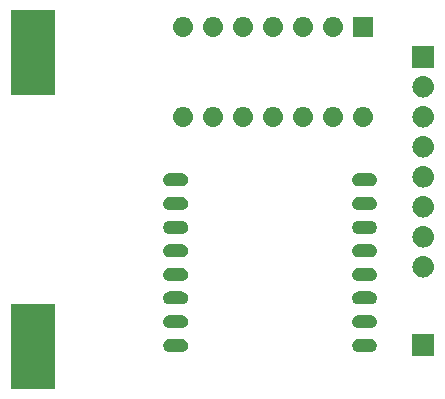
<source format=gbr>
G04 #@! TF.GenerationSoftware,KiCad,Pcbnew,5.1.4*
G04 #@! TF.CreationDate,2019-09-02T21:27:03+02:00*
G04 #@! TF.ProjectId,LORA_ATTINY84,4c4f5241-5f41-4545-9449-4e5938342e6b,rev?*
G04 #@! TF.SameCoordinates,Original*
G04 #@! TF.FileFunction,Soldermask,Top*
G04 #@! TF.FilePolarity,Negative*
%FSLAX46Y46*%
G04 Gerber Fmt 4.6, Leading zero omitted, Abs format (unit mm)*
G04 Created by KiCad (PCBNEW 5.1.4) date 2019-09-02 21:27:03*
%MOMM*%
%LPD*%
G04 APERTURE LIST*
%ADD10C,0.100000*%
G04 APERTURE END LIST*
D10*
G36*
X58366000Y-77007000D02*
G01*
X54664000Y-77007000D01*
X54664000Y-69805000D01*
X58366000Y-69805000D01*
X58366000Y-77007000D01*
X58366000Y-77007000D01*
G37*
G36*
X90436000Y-74180000D02*
G01*
X88634000Y-74180000D01*
X88634000Y-72378000D01*
X90436000Y-72378000D01*
X90436000Y-74180000D01*
X90436000Y-74180000D01*
G37*
G36*
X69188015Y-72765973D02*
G01*
X69291879Y-72797479D01*
X69319055Y-72812005D01*
X69387600Y-72848643D01*
X69471501Y-72917499D01*
X69540357Y-73001400D01*
X69576995Y-73069945D01*
X69591521Y-73097121D01*
X69623027Y-73200985D01*
X69633666Y-73309000D01*
X69623027Y-73417015D01*
X69591521Y-73520879D01*
X69591519Y-73520882D01*
X69540357Y-73616600D01*
X69471501Y-73700501D01*
X69387600Y-73769357D01*
X69319055Y-73805995D01*
X69291879Y-73820521D01*
X69188015Y-73852027D01*
X69107067Y-73860000D01*
X68052933Y-73860000D01*
X67971985Y-73852027D01*
X67868121Y-73820521D01*
X67840945Y-73805995D01*
X67772400Y-73769357D01*
X67688499Y-73700501D01*
X67619643Y-73616600D01*
X67568481Y-73520882D01*
X67568479Y-73520879D01*
X67536973Y-73417015D01*
X67526334Y-73309000D01*
X67536973Y-73200985D01*
X67568479Y-73097121D01*
X67583005Y-73069945D01*
X67619643Y-73001400D01*
X67688499Y-72917499D01*
X67772400Y-72848643D01*
X67840945Y-72812005D01*
X67868121Y-72797479D01*
X67971985Y-72765973D01*
X68052933Y-72758000D01*
X69107067Y-72758000D01*
X69188015Y-72765973D01*
X69188015Y-72765973D01*
G37*
G36*
X85188015Y-72765973D02*
G01*
X85291879Y-72797479D01*
X85319055Y-72812005D01*
X85387600Y-72848643D01*
X85471501Y-72917499D01*
X85540357Y-73001400D01*
X85576995Y-73069945D01*
X85591521Y-73097121D01*
X85623027Y-73200985D01*
X85633666Y-73309000D01*
X85623027Y-73417015D01*
X85591521Y-73520879D01*
X85591519Y-73520882D01*
X85540357Y-73616600D01*
X85471501Y-73700501D01*
X85387600Y-73769357D01*
X85319055Y-73805995D01*
X85291879Y-73820521D01*
X85188015Y-73852027D01*
X85107067Y-73860000D01*
X84052933Y-73860000D01*
X83971985Y-73852027D01*
X83868121Y-73820521D01*
X83840945Y-73805995D01*
X83772400Y-73769357D01*
X83688499Y-73700501D01*
X83619643Y-73616600D01*
X83568481Y-73520882D01*
X83568479Y-73520879D01*
X83536973Y-73417015D01*
X83526334Y-73309000D01*
X83536973Y-73200985D01*
X83568479Y-73097121D01*
X83583005Y-73069945D01*
X83619643Y-73001400D01*
X83688499Y-72917499D01*
X83772400Y-72848643D01*
X83840945Y-72812005D01*
X83868121Y-72797479D01*
X83971985Y-72765973D01*
X84052933Y-72758000D01*
X85107067Y-72758000D01*
X85188015Y-72765973D01*
X85188015Y-72765973D01*
G37*
G36*
X69188015Y-70765973D02*
G01*
X69291879Y-70797479D01*
X69319055Y-70812005D01*
X69387600Y-70848643D01*
X69471501Y-70917499D01*
X69540357Y-71001400D01*
X69576995Y-71069945D01*
X69591521Y-71097121D01*
X69623027Y-71200985D01*
X69633666Y-71309000D01*
X69623027Y-71417015D01*
X69591521Y-71520879D01*
X69591519Y-71520882D01*
X69540357Y-71616600D01*
X69471501Y-71700501D01*
X69387600Y-71769357D01*
X69319055Y-71805995D01*
X69291879Y-71820521D01*
X69188015Y-71852027D01*
X69107067Y-71860000D01*
X68052933Y-71860000D01*
X67971985Y-71852027D01*
X67868121Y-71820521D01*
X67840945Y-71805995D01*
X67772400Y-71769357D01*
X67688499Y-71700501D01*
X67619643Y-71616600D01*
X67568481Y-71520882D01*
X67568479Y-71520879D01*
X67536973Y-71417015D01*
X67526334Y-71309000D01*
X67536973Y-71200985D01*
X67568479Y-71097121D01*
X67583005Y-71069945D01*
X67619643Y-71001400D01*
X67688499Y-70917499D01*
X67772400Y-70848643D01*
X67840945Y-70812005D01*
X67868121Y-70797479D01*
X67971985Y-70765973D01*
X68052933Y-70758000D01*
X69107067Y-70758000D01*
X69188015Y-70765973D01*
X69188015Y-70765973D01*
G37*
G36*
X85188015Y-70765973D02*
G01*
X85291879Y-70797479D01*
X85319055Y-70812005D01*
X85387600Y-70848643D01*
X85471501Y-70917499D01*
X85540357Y-71001400D01*
X85576995Y-71069945D01*
X85591521Y-71097121D01*
X85623027Y-71200985D01*
X85633666Y-71309000D01*
X85623027Y-71417015D01*
X85591521Y-71520879D01*
X85591519Y-71520882D01*
X85540357Y-71616600D01*
X85471501Y-71700501D01*
X85387600Y-71769357D01*
X85319055Y-71805995D01*
X85291879Y-71820521D01*
X85188015Y-71852027D01*
X85107067Y-71860000D01*
X84052933Y-71860000D01*
X83971985Y-71852027D01*
X83868121Y-71820521D01*
X83840945Y-71805995D01*
X83772400Y-71769357D01*
X83688499Y-71700501D01*
X83619643Y-71616600D01*
X83568481Y-71520882D01*
X83568479Y-71520879D01*
X83536973Y-71417015D01*
X83526334Y-71309000D01*
X83536973Y-71200985D01*
X83568479Y-71097121D01*
X83583005Y-71069945D01*
X83619643Y-71001400D01*
X83688499Y-70917499D01*
X83772400Y-70848643D01*
X83840945Y-70812005D01*
X83868121Y-70797479D01*
X83971985Y-70765973D01*
X84052933Y-70758000D01*
X85107067Y-70758000D01*
X85188015Y-70765973D01*
X85188015Y-70765973D01*
G37*
G36*
X69188015Y-68765973D02*
G01*
X69291879Y-68797479D01*
X69319055Y-68812005D01*
X69387600Y-68848643D01*
X69471501Y-68917499D01*
X69540357Y-69001400D01*
X69576995Y-69069945D01*
X69591521Y-69097121D01*
X69623027Y-69200985D01*
X69633666Y-69309000D01*
X69623027Y-69417015D01*
X69591521Y-69520879D01*
X69591519Y-69520882D01*
X69540357Y-69616600D01*
X69471501Y-69700501D01*
X69387600Y-69769357D01*
X69320916Y-69805000D01*
X69291879Y-69820521D01*
X69188015Y-69852027D01*
X69107067Y-69860000D01*
X68052933Y-69860000D01*
X67971985Y-69852027D01*
X67868121Y-69820521D01*
X67839084Y-69805000D01*
X67772400Y-69769357D01*
X67688499Y-69700501D01*
X67619643Y-69616600D01*
X67568481Y-69520882D01*
X67568479Y-69520879D01*
X67536973Y-69417015D01*
X67526334Y-69309000D01*
X67536973Y-69200985D01*
X67568479Y-69097121D01*
X67583005Y-69069945D01*
X67619643Y-69001400D01*
X67688499Y-68917499D01*
X67772400Y-68848643D01*
X67840945Y-68812005D01*
X67868121Y-68797479D01*
X67971985Y-68765973D01*
X68052933Y-68758000D01*
X69107067Y-68758000D01*
X69188015Y-68765973D01*
X69188015Y-68765973D01*
G37*
G36*
X85188015Y-68765973D02*
G01*
X85291879Y-68797479D01*
X85319055Y-68812005D01*
X85387600Y-68848643D01*
X85471501Y-68917499D01*
X85540357Y-69001400D01*
X85576995Y-69069945D01*
X85591521Y-69097121D01*
X85623027Y-69200985D01*
X85633666Y-69309000D01*
X85623027Y-69417015D01*
X85591521Y-69520879D01*
X85591519Y-69520882D01*
X85540357Y-69616600D01*
X85471501Y-69700501D01*
X85387600Y-69769357D01*
X85320916Y-69805000D01*
X85291879Y-69820521D01*
X85188015Y-69852027D01*
X85107067Y-69860000D01*
X84052933Y-69860000D01*
X83971985Y-69852027D01*
X83868121Y-69820521D01*
X83839084Y-69805000D01*
X83772400Y-69769357D01*
X83688499Y-69700501D01*
X83619643Y-69616600D01*
X83568481Y-69520882D01*
X83568479Y-69520879D01*
X83536973Y-69417015D01*
X83526334Y-69309000D01*
X83536973Y-69200985D01*
X83568479Y-69097121D01*
X83583005Y-69069945D01*
X83619643Y-69001400D01*
X83688499Y-68917499D01*
X83772400Y-68848643D01*
X83840945Y-68812005D01*
X83868121Y-68797479D01*
X83971985Y-68765973D01*
X84052933Y-68758000D01*
X85107067Y-68758000D01*
X85188015Y-68765973D01*
X85188015Y-68765973D01*
G37*
G36*
X69188015Y-66765973D02*
G01*
X69291879Y-66797479D01*
X69319055Y-66812005D01*
X69387600Y-66848643D01*
X69471501Y-66917499D01*
X69540357Y-67001400D01*
X69551082Y-67021466D01*
X69591521Y-67097121D01*
X69623027Y-67200985D01*
X69633666Y-67309000D01*
X69623027Y-67417015D01*
X69591521Y-67520879D01*
X69591519Y-67520882D01*
X69540357Y-67616600D01*
X69471501Y-67700501D01*
X69387600Y-67769357D01*
X69319055Y-67805995D01*
X69291879Y-67820521D01*
X69188015Y-67852027D01*
X69107067Y-67860000D01*
X68052933Y-67860000D01*
X67971985Y-67852027D01*
X67868121Y-67820521D01*
X67840945Y-67805995D01*
X67772400Y-67769357D01*
X67688499Y-67700501D01*
X67619643Y-67616600D01*
X67568481Y-67520882D01*
X67568479Y-67520879D01*
X67536973Y-67417015D01*
X67526334Y-67309000D01*
X67536973Y-67200985D01*
X67568479Y-67097121D01*
X67608918Y-67021466D01*
X67619643Y-67001400D01*
X67688499Y-66917499D01*
X67772400Y-66848643D01*
X67840945Y-66812005D01*
X67868121Y-66797479D01*
X67971985Y-66765973D01*
X68052933Y-66758000D01*
X69107067Y-66758000D01*
X69188015Y-66765973D01*
X69188015Y-66765973D01*
G37*
G36*
X85188015Y-66765973D02*
G01*
X85291879Y-66797479D01*
X85319055Y-66812005D01*
X85387600Y-66848643D01*
X85471501Y-66917499D01*
X85540357Y-67001400D01*
X85551082Y-67021466D01*
X85591521Y-67097121D01*
X85623027Y-67200985D01*
X85633666Y-67309000D01*
X85623027Y-67417015D01*
X85591521Y-67520879D01*
X85591519Y-67520882D01*
X85540357Y-67616600D01*
X85471501Y-67700501D01*
X85387600Y-67769357D01*
X85319055Y-67805995D01*
X85291879Y-67820521D01*
X85188015Y-67852027D01*
X85107067Y-67860000D01*
X84052933Y-67860000D01*
X83971985Y-67852027D01*
X83868121Y-67820521D01*
X83840945Y-67805995D01*
X83772400Y-67769357D01*
X83688499Y-67700501D01*
X83619643Y-67616600D01*
X83568481Y-67520882D01*
X83568479Y-67520879D01*
X83536973Y-67417015D01*
X83526334Y-67309000D01*
X83536973Y-67200985D01*
X83568479Y-67097121D01*
X83608918Y-67021466D01*
X83619643Y-67001400D01*
X83688499Y-66917499D01*
X83772400Y-66848643D01*
X83840945Y-66812005D01*
X83868121Y-66797479D01*
X83971985Y-66765973D01*
X84052933Y-66758000D01*
X85107067Y-66758000D01*
X85188015Y-66765973D01*
X85188015Y-66765973D01*
G37*
G36*
X89645443Y-65780519D02*
G01*
X89711627Y-65787037D01*
X89881466Y-65838557D01*
X90037991Y-65922222D01*
X90073729Y-65951552D01*
X90175186Y-66034814D01*
X90258448Y-66136271D01*
X90287778Y-66172009D01*
X90371443Y-66328534D01*
X90422963Y-66498373D01*
X90440359Y-66675000D01*
X90422963Y-66851627D01*
X90371443Y-67021466D01*
X90287778Y-67177991D01*
X90258448Y-67213729D01*
X90175186Y-67315186D01*
X90073729Y-67398448D01*
X90037991Y-67427778D01*
X89881466Y-67511443D01*
X89711627Y-67562963D01*
X89645443Y-67569481D01*
X89579260Y-67576000D01*
X89490740Y-67576000D01*
X89424557Y-67569481D01*
X89358373Y-67562963D01*
X89188534Y-67511443D01*
X89032009Y-67427778D01*
X88996271Y-67398448D01*
X88894814Y-67315186D01*
X88811552Y-67213729D01*
X88782222Y-67177991D01*
X88698557Y-67021466D01*
X88647037Y-66851627D01*
X88629641Y-66675000D01*
X88647037Y-66498373D01*
X88698557Y-66328534D01*
X88782222Y-66172009D01*
X88811552Y-66136271D01*
X88894814Y-66034814D01*
X88996271Y-65951552D01*
X89032009Y-65922222D01*
X89188534Y-65838557D01*
X89358373Y-65787037D01*
X89424557Y-65780519D01*
X89490740Y-65774000D01*
X89579260Y-65774000D01*
X89645443Y-65780519D01*
X89645443Y-65780519D01*
G37*
G36*
X69188015Y-64765973D02*
G01*
X69291879Y-64797479D01*
X69319055Y-64812005D01*
X69387600Y-64848643D01*
X69471501Y-64917499D01*
X69540357Y-65001400D01*
X69576995Y-65069945D01*
X69591521Y-65097121D01*
X69623027Y-65200985D01*
X69633666Y-65309000D01*
X69623027Y-65417015D01*
X69591521Y-65520879D01*
X69591519Y-65520882D01*
X69540357Y-65616600D01*
X69471501Y-65700501D01*
X69387600Y-65769357D01*
X69319055Y-65805995D01*
X69291879Y-65820521D01*
X69188015Y-65852027D01*
X69107067Y-65860000D01*
X68052933Y-65860000D01*
X67971985Y-65852027D01*
X67868121Y-65820521D01*
X67840945Y-65805995D01*
X67772400Y-65769357D01*
X67688499Y-65700501D01*
X67619643Y-65616600D01*
X67568481Y-65520882D01*
X67568479Y-65520879D01*
X67536973Y-65417015D01*
X67526334Y-65309000D01*
X67536973Y-65200985D01*
X67568479Y-65097121D01*
X67583005Y-65069945D01*
X67619643Y-65001400D01*
X67688499Y-64917499D01*
X67772400Y-64848643D01*
X67840945Y-64812005D01*
X67868121Y-64797479D01*
X67971985Y-64765973D01*
X68052933Y-64758000D01*
X69107067Y-64758000D01*
X69188015Y-64765973D01*
X69188015Y-64765973D01*
G37*
G36*
X85188015Y-64765973D02*
G01*
X85291879Y-64797479D01*
X85319055Y-64812005D01*
X85387600Y-64848643D01*
X85471501Y-64917499D01*
X85540357Y-65001400D01*
X85576995Y-65069945D01*
X85591521Y-65097121D01*
X85623027Y-65200985D01*
X85633666Y-65309000D01*
X85623027Y-65417015D01*
X85591521Y-65520879D01*
X85591519Y-65520882D01*
X85540357Y-65616600D01*
X85471501Y-65700501D01*
X85387600Y-65769357D01*
X85319055Y-65805995D01*
X85291879Y-65820521D01*
X85188015Y-65852027D01*
X85107067Y-65860000D01*
X84052933Y-65860000D01*
X83971985Y-65852027D01*
X83868121Y-65820521D01*
X83840945Y-65805995D01*
X83772400Y-65769357D01*
X83688499Y-65700501D01*
X83619643Y-65616600D01*
X83568481Y-65520882D01*
X83568479Y-65520879D01*
X83536973Y-65417015D01*
X83526334Y-65309000D01*
X83536973Y-65200985D01*
X83568479Y-65097121D01*
X83583005Y-65069945D01*
X83619643Y-65001400D01*
X83688499Y-64917499D01*
X83772400Y-64848643D01*
X83840945Y-64812005D01*
X83868121Y-64797479D01*
X83971985Y-64765973D01*
X84052933Y-64758000D01*
X85107067Y-64758000D01*
X85188015Y-64765973D01*
X85188015Y-64765973D01*
G37*
G36*
X89645443Y-63240519D02*
G01*
X89711627Y-63247037D01*
X89881466Y-63298557D01*
X90037991Y-63382222D01*
X90073729Y-63411552D01*
X90175186Y-63494814D01*
X90258448Y-63596271D01*
X90287778Y-63632009D01*
X90371443Y-63788534D01*
X90422963Y-63958373D01*
X90440359Y-64135000D01*
X90422963Y-64311627D01*
X90371443Y-64481466D01*
X90287778Y-64637991D01*
X90258448Y-64673729D01*
X90175186Y-64775186D01*
X90085677Y-64848643D01*
X90037991Y-64887778D01*
X89881466Y-64971443D01*
X89711627Y-65022963D01*
X89645442Y-65029482D01*
X89579260Y-65036000D01*
X89490740Y-65036000D01*
X89424558Y-65029482D01*
X89358373Y-65022963D01*
X89188534Y-64971443D01*
X89032009Y-64887778D01*
X88984323Y-64848643D01*
X88894814Y-64775186D01*
X88811552Y-64673729D01*
X88782222Y-64637991D01*
X88698557Y-64481466D01*
X88647037Y-64311627D01*
X88629641Y-64135000D01*
X88647037Y-63958373D01*
X88698557Y-63788534D01*
X88782222Y-63632009D01*
X88811552Y-63596271D01*
X88894814Y-63494814D01*
X88996271Y-63411552D01*
X89032009Y-63382222D01*
X89188534Y-63298557D01*
X89358373Y-63247037D01*
X89424557Y-63240519D01*
X89490740Y-63234000D01*
X89579260Y-63234000D01*
X89645443Y-63240519D01*
X89645443Y-63240519D01*
G37*
G36*
X69188015Y-62765973D02*
G01*
X69291879Y-62797479D01*
X69319055Y-62812005D01*
X69387600Y-62848643D01*
X69471501Y-62917499D01*
X69540357Y-63001400D01*
X69576995Y-63069945D01*
X69591521Y-63097121D01*
X69623027Y-63200985D01*
X69633666Y-63309000D01*
X69623027Y-63417015D01*
X69591521Y-63520879D01*
X69591519Y-63520882D01*
X69540357Y-63616600D01*
X69471501Y-63700501D01*
X69387600Y-63769357D01*
X69319055Y-63805995D01*
X69291879Y-63820521D01*
X69188015Y-63852027D01*
X69107067Y-63860000D01*
X68052933Y-63860000D01*
X67971985Y-63852027D01*
X67868121Y-63820521D01*
X67840945Y-63805995D01*
X67772400Y-63769357D01*
X67688499Y-63700501D01*
X67619643Y-63616600D01*
X67568481Y-63520882D01*
X67568479Y-63520879D01*
X67536973Y-63417015D01*
X67526334Y-63309000D01*
X67536973Y-63200985D01*
X67568479Y-63097121D01*
X67583005Y-63069945D01*
X67619643Y-63001400D01*
X67688499Y-62917499D01*
X67772400Y-62848643D01*
X67840945Y-62812005D01*
X67868121Y-62797479D01*
X67971985Y-62765973D01*
X68052933Y-62758000D01*
X69107067Y-62758000D01*
X69188015Y-62765973D01*
X69188015Y-62765973D01*
G37*
G36*
X85188015Y-62765973D02*
G01*
X85291879Y-62797479D01*
X85319055Y-62812005D01*
X85387600Y-62848643D01*
X85471501Y-62917499D01*
X85540357Y-63001400D01*
X85576995Y-63069945D01*
X85591521Y-63097121D01*
X85623027Y-63200985D01*
X85633666Y-63309000D01*
X85623027Y-63417015D01*
X85591521Y-63520879D01*
X85591519Y-63520882D01*
X85540357Y-63616600D01*
X85471501Y-63700501D01*
X85387600Y-63769357D01*
X85319055Y-63805995D01*
X85291879Y-63820521D01*
X85188015Y-63852027D01*
X85107067Y-63860000D01*
X84052933Y-63860000D01*
X83971985Y-63852027D01*
X83868121Y-63820521D01*
X83840945Y-63805995D01*
X83772400Y-63769357D01*
X83688499Y-63700501D01*
X83619643Y-63616600D01*
X83568481Y-63520882D01*
X83568479Y-63520879D01*
X83536973Y-63417015D01*
X83526334Y-63309000D01*
X83536973Y-63200985D01*
X83568479Y-63097121D01*
X83583005Y-63069945D01*
X83619643Y-63001400D01*
X83688499Y-62917499D01*
X83772400Y-62848643D01*
X83840945Y-62812005D01*
X83868121Y-62797479D01*
X83971985Y-62765973D01*
X84052933Y-62758000D01*
X85107067Y-62758000D01*
X85188015Y-62765973D01*
X85188015Y-62765973D01*
G37*
G36*
X89645443Y-60700519D02*
G01*
X89711627Y-60707037D01*
X89881466Y-60758557D01*
X90037991Y-60842222D01*
X90045816Y-60848644D01*
X90175186Y-60954814D01*
X90258448Y-61056271D01*
X90287778Y-61092009D01*
X90371443Y-61248534D01*
X90422963Y-61418373D01*
X90440359Y-61595000D01*
X90422963Y-61771627D01*
X90371443Y-61941466D01*
X90287778Y-62097991D01*
X90258448Y-62133729D01*
X90175186Y-62235186D01*
X90073729Y-62318448D01*
X90037991Y-62347778D01*
X89881466Y-62431443D01*
X89711627Y-62482963D01*
X89645443Y-62489481D01*
X89579260Y-62496000D01*
X89490740Y-62496000D01*
X89424557Y-62489481D01*
X89358373Y-62482963D01*
X89188534Y-62431443D01*
X89032009Y-62347778D01*
X88996271Y-62318448D01*
X88894814Y-62235186D01*
X88811552Y-62133729D01*
X88782222Y-62097991D01*
X88698557Y-61941466D01*
X88647037Y-61771627D01*
X88629641Y-61595000D01*
X88647037Y-61418373D01*
X88698557Y-61248534D01*
X88782222Y-61092009D01*
X88811552Y-61056271D01*
X88894814Y-60954814D01*
X89024184Y-60848644D01*
X89032009Y-60842222D01*
X89188534Y-60758557D01*
X89358373Y-60707037D01*
X89424557Y-60700519D01*
X89490740Y-60694000D01*
X89579260Y-60694000D01*
X89645443Y-60700519D01*
X89645443Y-60700519D01*
G37*
G36*
X69188015Y-60765973D02*
G01*
X69291879Y-60797479D01*
X69319055Y-60812005D01*
X69387600Y-60848643D01*
X69471501Y-60917499D01*
X69540357Y-61001400D01*
X69576995Y-61069945D01*
X69591521Y-61097121D01*
X69623027Y-61200985D01*
X69633666Y-61309000D01*
X69623027Y-61417015D01*
X69591521Y-61520879D01*
X69591519Y-61520882D01*
X69540357Y-61616600D01*
X69471501Y-61700501D01*
X69387600Y-61769357D01*
X69319055Y-61805995D01*
X69291879Y-61820521D01*
X69188015Y-61852027D01*
X69107067Y-61860000D01*
X68052933Y-61860000D01*
X67971985Y-61852027D01*
X67868121Y-61820521D01*
X67840945Y-61805995D01*
X67772400Y-61769357D01*
X67688499Y-61700501D01*
X67619643Y-61616600D01*
X67568481Y-61520882D01*
X67568479Y-61520879D01*
X67536973Y-61417015D01*
X67526334Y-61309000D01*
X67536973Y-61200985D01*
X67568479Y-61097121D01*
X67583005Y-61069945D01*
X67619643Y-61001400D01*
X67688499Y-60917499D01*
X67772400Y-60848643D01*
X67840945Y-60812005D01*
X67868121Y-60797479D01*
X67971985Y-60765973D01*
X68052933Y-60758000D01*
X69107067Y-60758000D01*
X69188015Y-60765973D01*
X69188015Y-60765973D01*
G37*
G36*
X85188015Y-60765973D02*
G01*
X85291879Y-60797479D01*
X85319055Y-60812005D01*
X85387600Y-60848643D01*
X85471501Y-60917499D01*
X85540357Y-61001400D01*
X85576995Y-61069945D01*
X85591521Y-61097121D01*
X85623027Y-61200985D01*
X85633666Y-61309000D01*
X85623027Y-61417015D01*
X85591521Y-61520879D01*
X85591519Y-61520882D01*
X85540357Y-61616600D01*
X85471501Y-61700501D01*
X85387600Y-61769357D01*
X85319055Y-61805995D01*
X85291879Y-61820521D01*
X85188015Y-61852027D01*
X85107067Y-61860000D01*
X84052933Y-61860000D01*
X83971985Y-61852027D01*
X83868121Y-61820521D01*
X83840945Y-61805995D01*
X83772400Y-61769357D01*
X83688499Y-61700501D01*
X83619643Y-61616600D01*
X83568481Y-61520882D01*
X83568479Y-61520879D01*
X83536973Y-61417015D01*
X83526334Y-61309000D01*
X83536973Y-61200985D01*
X83568479Y-61097121D01*
X83583005Y-61069945D01*
X83619643Y-61001400D01*
X83688499Y-60917499D01*
X83772400Y-60848643D01*
X83840945Y-60812005D01*
X83868121Y-60797479D01*
X83971985Y-60765973D01*
X84052933Y-60758000D01*
X85107067Y-60758000D01*
X85188015Y-60765973D01*
X85188015Y-60765973D01*
G37*
G36*
X89645442Y-58160518D02*
G01*
X89711627Y-58167037D01*
X89881466Y-58218557D01*
X90037991Y-58302222D01*
X90073729Y-58331552D01*
X90175186Y-58414814D01*
X90258448Y-58516271D01*
X90287778Y-58552009D01*
X90371443Y-58708534D01*
X90422963Y-58878373D01*
X90440359Y-59055000D01*
X90422963Y-59231627D01*
X90371443Y-59401466D01*
X90287778Y-59557991D01*
X90258448Y-59593729D01*
X90175186Y-59695186D01*
X90084808Y-59769356D01*
X90037991Y-59807778D01*
X89881466Y-59891443D01*
X89711627Y-59942963D01*
X89645442Y-59949482D01*
X89579260Y-59956000D01*
X89490740Y-59956000D01*
X89424558Y-59949482D01*
X89358373Y-59942963D01*
X89188534Y-59891443D01*
X89032009Y-59807778D01*
X88985192Y-59769356D01*
X88894814Y-59695186D01*
X88811552Y-59593729D01*
X88782222Y-59557991D01*
X88698557Y-59401466D01*
X88647037Y-59231627D01*
X88629641Y-59055000D01*
X88647037Y-58878373D01*
X88698557Y-58708534D01*
X88782222Y-58552009D01*
X88811552Y-58516271D01*
X88894814Y-58414814D01*
X88996271Y-58331552D01*
X89032009Y-58302222D01*
X89188534Y-58218557D01*
X89358373Y-58167037D01*
X89424558Y-58160518D01*
X89490740Y-58154000D01*
X89579260Y-58154000D01*
X89645442Y-58160518D01*
X89645442Y-58160518D01*
G37*
G36*
X85188015Y-58765973D02*
G01*
X85291879Y-58797479D01*
X85319055Y-58812005D01*
X85387600Y-58848643D01*
X85471501Y-58917499D01*
X85540357Y-59001400D01*
X85576995Y-59069945D01*
X85591521Y-59097121D01*
X85623027Y-59200985D01*
X85633666Y-59309000D01*
X85623027Y-59417015D01*
X85591521Y-59520879D01*
X85591519Y-59520882D01*
X85540357Y-59616600D01*
X85471501Y-59700501D01*
X85387600Y-59769357D01*
X85319055Y-59805995D01*
X85291879Y-59820521D01*
X85188015Y-59852027D01*
X85107067Y-59860000D01*
X84052933Y-59860000D01*
X83971985Y-59852027D01*
X83868121Y-59820521D01*
X83840945Y-59805995D01*
X83772400Y-59769357D01*
X83688499Y-59700501D01*
X83619643Y-59616600D01*
X83568481Y-59520882D01*
X83568479Y-59520879D01*
X83536973Y-59417015D01*
X83526334Y-59309000D01*
X83536973Y-59200985D01*
X83568479Y-59097121D01*
X83583005Y-59069945D01*
X83619643Y-59001400D01*
X83688499Y-58917499D01*
X83772400Y-58848643D01*
X83840945Y-58812005D01*
X83868121Y-58797479D01*
X83971985Y-58765973D01*
X84052933Y-58758000D01*
X85107067Y-58758000D01*
X85188015Y-58765973D01*
X85188015Y-58765973D01*
G37*
G36*
X69188015Y-58765973D02*
G01*
X69291879Y-58797479D01*
X69319055Y-58812005D01*
X69387600Y-58848643D01*
X69471501Y-58917499D01*
X69540357Y-59001400D01*
X69576995Y-59069945D01*
X69591521Y-59097121D01*
X69623027Y-59200985D01*
X69633666Y-59309000D01*
X69623027Y-59417015D01*
X69591521Y-59520879D01*
X69591519Y-59520882D01*
X69540357Y-59616600D01*
X69471501Y-59700501D01*
X69387600Y-59769357D01*
X69319055Y-59805995D01*
X69291879Y-59820521D01*
X69188015Y-59852027D01*
X69107067Y-59860000D01*
X68052933Y-59860000D01*
X67971985Y-59852027D01*
X67868121Y-59820521D01*
X67840945Y-59805995D01*
X67772400Y-59769357D01*
X67688499Y-59700501D01*
X67619643Y-59616600D01*
X67568481Y-59520882D01*
X67568479Y-59520879D01*
X67536973Y-59417015D01*
X67526334Y-59309000D01*
X67536973Y-59200985D01*
X67568479Y-59097121D01*
X67583005Y-59069945D01*
X67619643Y-59001400D01*
X67688499Y-58917499D01*
X67772400Y-58848643D01*
X67840945Y-58812005D01*
X67868121Y-58797479D01*
X67971985Y-58765973D01*
X68052933Y-58758000D01*
X69107067Y-58758000D01*
X69188015Y-58765973D01*
X69188015Y-58765973D01*
G37*
G36*
X89645443Y-55620519D02*
G01*
X89711627Y-55627037D01*
X89881466Y-55678557D01*
X90037991Y-55762222D01*
X90073729Y-55791552D01*
X90175186Y-55874814D01*
X90258448Y-55976271D01*
X90287778Y-56012009D01*
X90371443Y-56168534D01*
X90422963Y-56338373D01*
X90440359Y-56515000D01*
X90422963Y-56691627D01*
X90371443Y-56861466D01*
X90287778Y-57017991D01*
X90258448Y-57053729D01*
X90175186Y-57155186D01*
X90073729Y-57238448D01*
X90037991Y-57267778D01*
X89881466Y-57351443D01*
X89711627Y-57402963D01*
X89645443Y-57409481D01*
X89579260Y-57416000D01*
X89490740Y-57416000D01*
X89424557Y-57409481D01*
X89358373Y-57402963D01*
X89188534Y-57351443D01*
X89032009Y-57267778D01*
X88996271Y-57238448D01*
X88894814Y-57155186D01*
X88811552Y-57053729D01*
X88782222Y-57017991D01*
X88698557Y-56861466D01*
X88647037Y-56691627D01*
X88629641Y-56515000D01*
X88647037Y-56338373D01*
X88698557Y-56168534D01*
X88782222Y-56012009D01*
X88811552Y-55976271D01*
X88894814Y-55874814D01*
X88996271Y-55791552D01*
X89032009Y-55762222D01*
X89188534Y-55678557D01*
X89358373Y-55627037D01*
X89424557Y-55620519D01*
X89490740Y-55614000D01*
X89579260Y-55614000D01*
X89645443Y-55620519D01*
X89645443Y-55620519D01*
G37*
G36*
X89645442Y-53080518D02*
G01*
X89711627Y-53087037D01*
X89881466Y-53138557D01*
X90037991Y-53222222D01*
X90073729Y-53251552D01*
X90175186Y-53334814D01*
X90258448Y-53436271D01*
X90287778Y-53472009D01*
X90371443Y-53628534D01*
X90422963Y-53798373D01*
X90440359Y-53975000D01*
X90422963Y-54151627D01*
X90371443Y-54321466D01*
X90287778Y-54477991D01*
X90258448Y-54513729D01*
X90175186Y-54615186D01*
X90073729Y-54698448D01*
X90037991Y-54727778D01*
X89881466Y-54811443D01*
X89711627Y-54862963D01*
X89645443Y-54869481D01*
X89579260Y-54876000D01*
X89490740Y-54876000D01*
X89424557Y-54869481D01*
X89358373Y-54862963D01*
X89188534Y-54811443D01*
X89032009Y-54727778D01*
X88996271Y-54698448D01*
X88894814Y-54615186D01*
X88811552Y-54513729D01*
X88782222Y-54477991D01*
X88698557Y-54321466D01*
X88647037Y-54151627D01*
X88629641Y-53975000D01*
X88647037Y-53798373D01*
X88698557Y-53628534D01*
X88782222Y-53472009D01*
X88811552Y-53436271D01*
X88894814Y-53334814D01*
X88996271Y-53251552D01*
X89032009Y-53222222D01*
X89188534Y-53138557D01*
X89358373Y-53087037D01*
X89424558Y-53080518D01*
X89490740Y-53074000D01*
X89579260Y-53074000D01*
X89645442Y-53080518D01*
X89645442Y-53080518D01*
G37*
G36*
X71921823Y-53136313D02*
G01*
X72082242Y-53184976D01*
X72151922Y-53222221D01*
X72230078Y-53263996D01*
X72359659Y-53370341D01*
X72466004Y-53499922D01*
X72466005Y-53499924D01*
X72545024Y-53647758D01*
X72593687Y-53808177D01*
X72610117Y-53975000D01*
X72593687Y-54141823D01*
X72545024Y-54302242D01*
X72534747Y-54321468D01*
X72466004Y-54450078D01*
X72359659Y-54579659D01*
X72230078Y-54686004D01*
X72230076Y-54686005D01*
X72082242Y-54765024D01*
X71921823Y-54813687D01*
X71796804Y-54826000D01*
X71713196Y-54826000D01*
X71588177Y-54813687D01*
X71427758Y-54765024D01*
X71279924Y-54686005D01*
X71279922Y-54686004D01*
X71150341Y-54579659D01*
X71043996Y-54450078D01*
X70975253Y-54321468D01*
X70964976Y-54302242D01*
X70916313Y-54141823D01*
X70899883Y-53975000D01*
X70916313Y-53808177D01*
X70964976Y-53647758D01*
X71043995Y-53499924D01*
X71043996Y-53499922D01*
X71150341Y-53370341D01*
X71279922Y-53263996D01*
X71358078Y-53222221D01*
X71427758Y-53184976D01*
X71588177Y-53136313D01*
X71713196Y-53124000D01*
X71796804Y-53124000D01*
X71921823Y-53136313D01*
X71921823Y-53136313D01*
G37*
G36*
X69381823Y-53136313D02*
G01*
X69542242Y-53184976D01*
X69611922Y-53222221D01*
X69690078Y-53263996D01*
X69819659Y-53370341D01*
X69926004Y-53499922D01*
X69926005Y-53499924D01*
X70005024Y-53647758D01*
X70053687Y-53808177D01*
X70070117Y-53975000D01*
X70053687Y-54141823D01*
X70005024Y-54302242D01*
X69994747Y-54321468D01*
X69926004Y-54450078D01*
X69819659Y-54579659D01*
X69690078Y-54686004D01*
X69690076Y-54686005D01*
X69542242Y-54765024D01*
X69381823Y-54813687D01*
X69256804Y-54826000D01*
X69173196Y-54826000D01*
X69048177Y-54813687D01*
X68887758Y-54765024D01*
X68739924Y-54686005D01*
X68739922Y-54686004D01*
X68610341Y-54579659D01*
X68503996Y-54450078D01*
X68435253Y-54321468D01*
X68424976Y-54302242D01*
X68376313Y-54141823D01*
X68359883Y-53975000D01*
X68376313Y-53808177D01*
X68424976Y-53647758D01*
X68503995Y-53499924D01*
X68503996Y-53499922D01*
X68610341Y-53370341D01*
X68739922Y-53263996D01*
X68818078Y-53222221D01*
X68887758Y-53184976D01*
X69048177Y-53136313D01*
X69173196Y-53124000D01*
X69256804Y-53124000D01*
X69381823Y-53136313D01*
X69381823Y-53136313D01*
G37*
G36*
X82081823Y-53136313D02*
G01*
X82242242Y-53184976D01*
X82311922Y-53222221D01*
X82390078Y-53263996D01*
X82519659Y-53370341D01*
X82626004Y-53499922D01*
X82626005Y-53499924D01*
X82705024Y-53647758D01*
X82753687Y-53808177D01*
X82770117Y-53975000D01*
X82753687Y-54141823D01*
X82705024Y-54302242D01*
X82694747Y-54321468D01*
X82626004Y-54450078D01*
X82519659Y-54579659D01*
X82390078Y-54686004D01*
X82390076Y-54686005D01*
X82242242Y-54765024D01*
X82081823Y-54813687D01*
X81956804Y-54826000D01*
X81873196Y-54826000D01*
X81748177Y-54813687D01*
X81587758Y-54765024D01*
X81439924Y-54686005D01*
X81439922Y-54686004D01*
X81310341Y-54579659D01*
X81203996Y-54450078D01*
X81135253Y-54321468D01*
X81124976Y-54302242D01*
X81076313Y-54141823D01*
X81059883Y-53975000D01*
X81076313Y-53808177D01*
X81124976Y-53647758D01*
X81203995Y-53499924D01*
X81203996Y-53499922D01*
X81310341Y-53370341D01*
X81439922Y-53263996D01*
X81518078Y-53222221D01*
X81587758Y-53184976D01*
X81748177Y-53136313D01*
X81873196Y-53124000D01*
X81956804Y-53124000D01*
X82081823Y-53136313D01*
X82081823Y-53136313D01*
G37*
G36*
X74461823Y-53136313D02*
G01*
X74622242Y-53184976D01*
X74691922Y-53222221D01*
X74770078Y-53263996D01*
X74899659Y-53370341D01*
X75006004Y-53499922D01*
X75006005Y-53499924D01*
X75085024Y-53647758D01*
X75133687Y-53808177D01*
X75150117Y-53975000D01*
X75133687Y-54141823D01*
X75085024Y-54302242D01*
X75074747Y-54321468D01*
X75006004Y-54450078D01*
X74899659Y-54579659D01*
X74770078Y-54686004D01*
X74770076Y-54686005D01*
X74622242Y-54765024D01*
X74461823Y-54813687D01*
X74336804Y-54826000D01*
X74253196Y-54826000D01*
X74128177Y-54813687D01*
X73967758Y-54765024D01*
X73819924Y-54686005D01*
X73819922Y-54686004D01*
X73690341Y-54579659D01*
X73583996Y-54450078D01*
X73515253Y-54321468D01*
X73504976Y-54302242D01*
X73456313Y-54141823D01*
X73439883Y-53975000D01*
X73456313Y-53808177D01*
X73504976Y-53647758D01*
X73583995Y-53499924D01*
X73583996Y-53499922D01*
X73690341Y-53370341D01*
X73819922Y-53263996D01*
X73898078Y-53222221D01*
X73967758Y-53184976D01*
X74128177Y-53136313D01*
X74253196Y-53124000D01*
X74336804Y-53124000D01*
X74461823Y-53136313D01*
X74461823Y-53136313D01*
G37*
G36*
X77001823Y-53136313D02*
G01*
X77162242Y-53184976D01*
X77231922Y-53222221D01*
X77310078Y-53263996D01*
X77439659Y-53370341D01*
X77546004Y-53499922D01*
X77546005Y-53499924D01*
X77625024Y-53647758D01*
X77673687Y-53808177D01*
X77690117Y-53975000D01*
X77673687Y-54141823D01*
X77625024Y-54302242D01*
X77614747Y-54321468D01*
X77546004Y-54450078D01*
X77439659Y-54579659D01*
X77310078Y-54686004D01*
X77310076Y-54686005D01*
X77162242Y-54765024D01*
X77001823Y-54813687D01*
X76876804Y-54826000D01*
X76793196Y-54826000D01*
X76668177Y-54813687D01*
X76507758Y-54765024D01*
X76359924Y-54686005D01*
X76359922Y-54686004D01*
X76230341Y-54579659D01*
X76123996Y-54450078D01*
X76055253Y-54321468D01*
X76044976Y-54302242D01*
X75996313Y-54141823D01*
X75979883Y-53975000D01*
X75996313Y-53808177D01*
X76044976Y-53647758D01*
X76123995Y-53499924D01*
X76123996Y-53499922D01*
X76230341Y-53370341D01*
X76359922Y-53263996D01*
X76438078Y-53222221D01*
X76507758Y-53184976D01*
X76668177Y-53136313D01*
X76793196Y-53124000D01*
X76876804Y-53124000D01*
X77001823Y-53136313D01*
X77001823Y-53136313D01*
G37*
G36*
X79541823Y-53136313D02*
G01*
X79702242Y-53184976D01*
X79771922Y-53222221D01*
X79850078Y-53263996D01*
X79979659Y-53370341D01*
X80086004Y-53499922D01*
X80086005Y-53499924D01*
X80165024Y-53647758D01*
X80213687Y-53808177D01*
X80230117Y-53975000D01*
X80213687Y-54141823D01*
X80165024Y-54302242D01*
X80154747Y-54321468D01*
X80086004Y-54450078D01*
X79979659Y-54579659D01*
X79850078Y-54686004D01*
X79850076Y-54686005D01*
X79702242Y-54765024D01*
X79541823Y-54813687D01*
X79416804Y-54826000D01*
X79333196Y-54826000D01*
X79208177Y-54813687D01*
X79047758Y-54765024D01*
X78899924Y-54686005D01*
X78899922Y-54686004D01*
X78770341Y-54579659D01*
X78663996Y-54450078D01*
X78595253Y-54321468D01*
X78584976Y-54302242D01*
X78536313Y-54141823D01*
X78519883Y-53975000D01*
X78536313Y-53808177D01*
X78584976Y-53647758D01*
X78663995Y-53499924D01*
X78663996Y-53499922D01*
X78770341Y-53370341D01*
X78899922Y-53263996D01*
X78978078Y-53222221D01*
X79047758Y-53184976D01*
X79208177Y-53136313D01*
X79333196Y-53124000D01*
X79416804Y-53124000D01*
X79541823Y-53136313D01*
X79541823Y-53136313D01*
G37*
G36*
X84621823Y-53136313D02*
G01*
X84782242Y-53184976D01*
X84851922Y-53222221D01*
X84930078Y-53263996D01*
X85059659Y-53370341D01*
X85166004Y-53499922D01*
X85166005Y-53499924D01*
X85245024Y-53647758D01*
X85293687Y-53808177D01*
X85310117Y-53975000D01*
X85293687Y-54141823D01*
X85245024Y-54302242D01*
X85234747Y-54321468D01*
X85166004Y-54450078D01*
X85059659Y-54579659D01*
X84930078Y-54686004D01*
X84930076Y-54686005D01*
X84782242Y-54765024D01*
X84621823Y-54813687D01*
X84496804Y-54826000D01*
X84413196Y-54826000D01*
X84288177Y-54813687D01*
X84127758Y-54765024D01*
X83979924Y-54686005D01*
X83979922Y-54686004D01*
X83850341Y-54579659D01*
X83743996Y-54450078D01*
X83675253Y-54321468D01*
X83664976Y-54302242D01*
X83616313Y-54141823D01*
X83599883Y-53975000D01*
X83616313Y-53808177D01*
X83664976Y-53647758D01*
X83743995Y-53499924D01*
X83743996Y-53499922D01*
X83850341Y-53370341D01*
X83979922Y-53263996D01*
X84058078Y-53222221D01*
X84127758Y-53184976D01*
X84288177Y-53136313D01*
X84413196Y-53124000D01*
X84496804Y-53124000D01*
X84621823Y-53136313D01*
X84621823Y-53136313D01*
G37*
G36*
X89645442Y-50540518D02*
G01*
X89711627Y-50547037D01*
X89881466Y-50598557D01*
X90037991Y-50682222D01*
X90073729Y-50711552D01*
X90175186Y-50794814D01*
X90258448Y-50896271D01*
X90287778Y-50932009D01*
X90371443Y-51088534D01*
X90422963Y-51258373D01*
X90440359Y-51435000D01*
X90422963Y-51611627D01*
X90371443Y-51781466D01*
X90287778Y-51937991D01*
X90258448Y-51973729D01*
X90175186Y-52075186D01*
X90073729Y-52158448D01*
X90037991Y-52187778D01*
X89881466Y-52271443D01*
X89711627Y-52322963D01*
X89645443Y-52329481D01*
X89579260Y-52336000D01*
X89490740Y-52336000D01*
X89424558Y-52329482D01*
X89358373Y-52322963D01*
X89188534Y-52271443D01*
X89032009Y-52187778D01*
X88996271Y-52158448D01*
X88894814Y-52075186D01*
X88811552Y-51973729D01*
X88782222Y-51937991D01*
X88698557Y-51781466D01*
X88647037Y-51611627D01*
X88629641Y-51435000D01*
X88647037Y-51258373D01*
X88698557Y-51088534D01*
X88782222Y-50932009D01*
X88811552Y-50896271D01*
X88894814Y-50794814D01*
X88996271Y-50711552D01*
X89032009Y-50682222D01*
X89188534Y-50598557D01*
X89358373Y-50547037D01*
X89424558Y-50540518D01*
X89490740Y-50534000D01*
X89579260Y-50534000D01*
X89645442Y-50540518D01*
X89645442Y-50540518D01*
G37*
G36*
X58366000Y-52115000D02*
G01*
X54664000Y-52115000D01*
X54664000Y-44913000D01*
X58366000Y-44913000D01*
X58366000Y-52115000D01*
X58366000Y-52115000D01*
G37*
G36*
X90436000Y-49796000D02*
G01*
X88634000Y-49796000D01*
X88634000Y-47994000D01*
X90436000Y-47994000D01*
X90436000Y-49796000D01*
X90436000Y-49796000D01*
G37*
G36*
X79541823Y-45516313D02*
G01*
X79702242Y-45564976D01*
X79834906Y-45635886D01*
X79850078Y-45643996D01*
X79979659Y-45750341D01*
X80086004Y-45879922D01*
X80086005Y-45879924D01*
X80165024Y-46027758D01*
X80213687Y-46188177D01*
X80230117Y-46355000D01*
X80213687Y-46521823D01*
X80165024Y-46682242D01*
X80094114Y-46814906D01*
X80086004Y-46830078D01*
X79979659Y-46959659D01*
X79850078Y-47066004D01*
X79850076Y-47066005D01*
X79702242Y-47145024D01*
X79541823Y-47193687D01*
X79416804Y-47206000D01*
X79333196Y-47206000D01*
X79208177Y-47193687D01*
X79047758Y-47145024D01*
X78899924Y-47066005D01*
X78899922Y-47066004D01*
X78770341Y-46959659D01*
X78663996Y-46830078D01*
X78655886Y-46814906D01*
X78584976Y-46682242D01*
X78536313Y-46521823D01*
X78519883Y-46355000D01*
X78536313Y-46188177D01*
X78584976Y-46027758D01*
X78663995Y-45879924D01*
X78663996Y-45879922D01*
X78770341Y-45750341D01*
X78899922Y-45643996D01*
X78915094Y-45635886D01*
X79047758Y-45564976D01*
X79208177Y-45516313D01*
X79333196Y-45504000D01*
X79416804Y-45504000D01*
X79541823Y-45516313D01*
X79541823Y-45516313D01*
G37*
G36*
X71921823Y-45516313D02*
G01*
X72082242Y-45564976D01*
X72214906Y-45635886D01*
X72230078Y-45643996D01*
X72359659Y-45750341D01*
X72466004Y-45879922D01*
X72466005Y-45879924D01*
X72545024Y-46027758D01*
X72593687Y-46188177D01*
X72610117Y-46355000D01*
X72593687Y-46521823D01*
X72545024Y-46682242D01*
X72474114Y-46814906D01*
X72466004Y-46830078D01*
X72359659Y-46959659D01*
X72230078Y-47066004D01*
X72230076Y-47066005D01*
X72082242Y-47145024D01*
X71921823Y-47193687D01*
X71796804Y-47206000D01*
X71713196Y-47206000D01*
X71588177Y-47193687D01*
X71427758Y-47145024D01*
X71279924Y-47066005D01*
X71279922Y-47066004D01*
X71150341Y-46959659D01*
X71043996Y-46830078D01*
X71035886Y-46814906D01*
X70964976Y-46682242D01*
X70916313Y-46521823D01*
X70899883Y-46355000D01*
X70916313Y-46188177D01*
X70964976Y-46027758D01*
X71043995Y-45879924D01*
X71043996Y-45879922D01*
X71150341Y-45750341D01*
X71279922Y-45643996D01*
X71295094Y-45635886D01*
X71427758Y-45564976D01*
X71588177Y-45516313D01*
X71713196Y-45504000D01*
X71796804Y-45504000D01*
X71921823Y-45516313D01*
X71921823Y-45516313D01*
G37*
G36*
X74461823Y-45516313D02*
G01*
X74622242Y-45564976D01*
X74754906Y-45635886D01*
X74770078Y-45643996D01*
X74899659Y-45750341D01*
X75006004Y-45879922D01*
X75006005Y-45879924D01*
X75085024Y-46027758D01*
X75133687Y-46188177D01*
X75150117Y-46355000D01*
X75133687Y-46521823D01*
X75085024Y-46682242D01*
X75014114Y-46814906D01*
X75006004Y-46830078D01*
X74899659Y-46959659D01*
X74770078Y-47066004D01*
X74770076Y-47066005D01*
X74622242Y-47145024D01*
X74461823Y-47193687D01*
X74336804Y-47206000D01*
X74253196Y-47206000D01*
X74128177Y-47193687D01*
X73967758Y-47145024D01*
X73819924Y-47066005D01*
X73819922Y-47066004D01*
X73690341Y-46959659D01*
X73583996Y-46830078D01*
X73575886Y-46814906D01*
X73504976Y-46682242D01*
X73456313Y-46521823D01*
X73439883Y-46355000D01*
X73456313Y-46188177D01*
X73504976Y-46027758D01*
X73583995Y-45879924D01*
X73583996Y-45879922D01*
X73690341Y-45750341D01*
X73819922Y-45643996D01*
X73835094Y-45635886D01*
X73967758Y-45564976D01*
X74128177Y-45516313D01*
X74253196Y-45504000D01*
X74336804Y-45504000D01*
X74461823Y-45516313D01*
X74461823Y-45516313D01*
G37*
G36*
X69381823Y-45516313D02*
G01*
X69542242Y-45564976D01*
X69674906Y-45635886D01*
X69690078Y-45643996D01*
X69819659Y-45750341D01*
X69926004Y-45879922D01*
X69926005Y-45879924D01*
X70005024Y-46027758D01*
X70053687Y-46188177D01*
X70070117Y-46355000D01*
X70053687Y-46521823D01*
X70005024Y-46682242D01*
X69934114Y-46814906D01*
X69926004Y-46830078D01*
X69819659Y-46959659D01*
X69690078Y-47066004D01*
X69690076Y-47066005D01*
X69542242Y-47145024D01*
X69381823Y-47193687D01*
X69256804Y-47206000D01*
X69173196Y-47206000D01*
X69048177Y-47193687D01*
X68887758Y-47145024D01*
X68739924Y-47066005D01*
X68739922Y-47066004D01*
X68610341Y-46959659D01*
X68503996Y-46830078D01*
X68495886Y-46814906D01*
X68424976Y-46682242D01*
X68376313Y-46521823D01*
X68359883Y-46355000D01*
X68376313Y-46188177D01*
X68424976Y-46027758D01*
X68503995Y-45879924D01*
X68503996Y-45879922D01*
X68610341Y-45750341D01*
X68739922Y-45643996D01*
X68755094Y-45635886D01*
X68887758Y-45564976D01*
X69048177Y-45516313D01*
X69173196Y-45504000D01*
X69256804Y-45504000D01*
X69381823Y-45516313D01*
X69381823Y-45516313D01*
G37*
G36*
X77001823Y-45516313D02*
G01*
X77162242Y-45564976D01*
X77294906Y-45635886D01*
X77310078Y-45643996D01*
X77439659Y-45750341D01*
X77546004Y-45879922D01*
X77546005Y-45879924D01*
X77625024Y-46027758D01*
X77673687Y-46188177D01*
X77690117Y-46355000D01*
X77673687Y-46521823D01*
X77625024Y-46682242D01*
X77554114Y-46814906D01*
X77546004Y-46830078D01*
X77439659Y-46959659D01*
X77310078Y-47066004D01*
X77310076Y-47066005D01*
X77162242Y-47145024D01*
X77001823Y-47193687D01*
X76876804Y-47206000D01*
X76793196Y-47206000D01*
X76668177Y-47193687D01*
X76507758Y-47145024D01*
X76359924Y-47066005D01*
X76359922Y-47066004D01*
X76230341Y-46959659D01*
X76123996Y-46830078D01*
X76115886Y-46814906D01*
X76044976Y-46682242D01*
X75996313Y-46521823D01*
X75979883Y-46355000D01*
X75996313Y-46188177D01*
X76044976Y-46027758D01*
X76123995Y-45879924D01*
X76123996Y-45879922D01*
X76230341Y-45750341D01*
X76359922Y-45643996D01*
X76375094Y-45635886D01*
X76507758Y-45564976D01*
X76668177Y-45516313D01*
X76793196Y-45504000D01*
X76876804Y-45504000D01*
X77001823Y-45516313D01*
X77001823Y-45516313D01*
G37*
G36*
X85306000Y-47206000D02*
G01*
X83604000Y-47206000D01*
X83604000Y-45504000D01*
X85306000Y-45504000D01*
X85306000Y-47206000D01*
X85306000Y-47206000D01*
G37*
G36*
X82081823Y-45516313D02*
G01*
X82242242Y-45564976D01*
X82374906Y-45635886D01*
X82390078Y-45643996D01*
X82519659Y-45750341D01*
X82626004Y-45879922D01*
X82626005Y-45879924D01*
X82705024Y-46027758D01*
X82753687Y-46188177D01*
X82770117Y-46355000D01*
X82753687Y-46521823D01*
X82705024Y-46682242D01*
X82634114Y-46814906D01*
X82626004Y-46830078D01*
X82519659Y-46959659D01*
X82390078Y-47066004D01*
X82390076Y-47066005D01*
X82242242Y-47145024D01*
X82081823Y-47193687D01*
X81956804Y-47206000D01*
X81873196Y-47206000D01*
X81748177Y-47193687D01*
X81587758Y-47145024D01*
X81439924Y-47066005D01*
X81439922Y-47066004D01*
X81310341Y-46959659D01*
X81203996Y-46830078D01*
X81195886Y-46814906D01*
X81124976Y-46682242D01*
X81076313Y-46521823D01*
X81059883Y-46355000D01*
X81076313Y-46188177D01*
X81124976Y-46027758D01*
X81203995Y-45879924D01*
X81203996Y-45879922D01*
X81310341Y-45750341D01*
X81439922Y-45643996D01*
X81455094Y-45635886D01*
X81587758Y-45564976D01*
X81748177Y-45516313D01*
X81873196Y-45504000D01*
X81956804Y-45504000D01*
X82081823Y-45516313D01*
X82081823Y-45516313D01*
G37*
M02*

</source>
